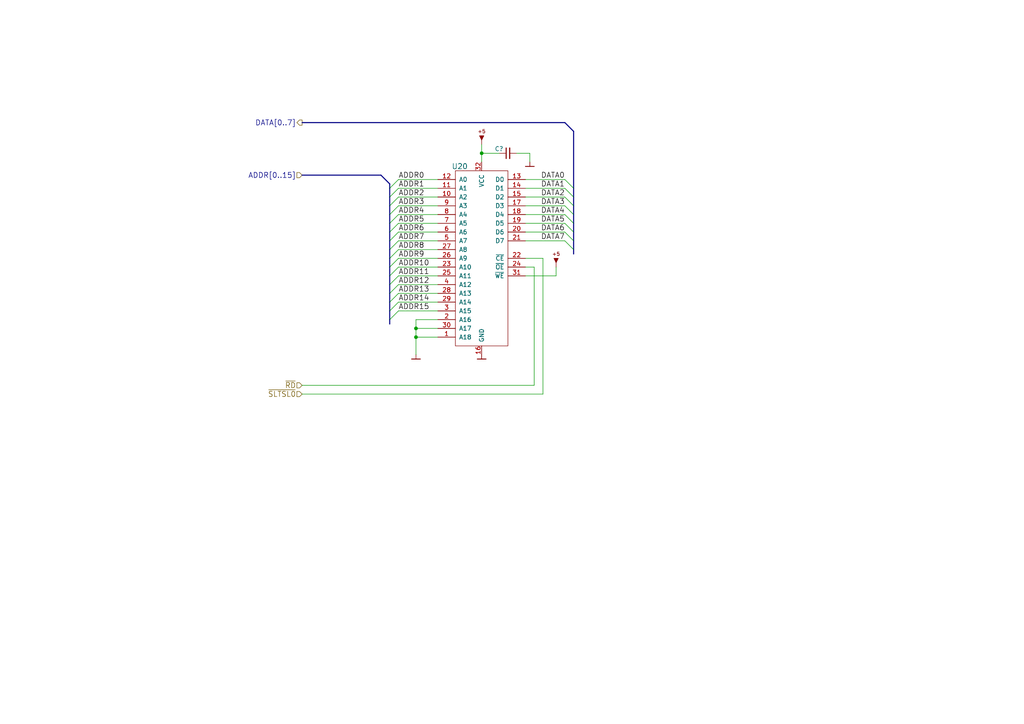
<source format=kicad_sch>
(kicad_sch (version 20211123) (generator eeschema)

  (uuid 6f5a9f10-1b2c-4916-b4e5-cb5bd0f851a0)

  (paper "A4")

  (lib_symbols
    (symbol "artemisa:Cap" (pin_numbers hide) (pin_names (offset 0.254) hide) (in_bom yes) (on_board yes)
      (property "Reference" "C" (id 0) (at 0.254 1.778 0)
        (effects (font (size 1.27 1.27)) (justify left))
      )
      (property "Value" "Cap" (id 1) (at 0.254 -2.032 0)
        (effects (font (size 1.27 1.27)) (justify left))
      )
      (property "Footprint" "" (id 2) (at 0 0 0)
        (effects (font (size 1.27 1.27)) hide)
      )
      (property "Datasheet" "" (id 3) (at 0 0 0)
        (effects (font (size 1.27 1.27)) hide)
      )
      (property "ki_fp_filters" "C_*" (id 4) (at 0 0 0)
        (effects (font (size 1.27 1.27)) hide)
      )
      (symbol "Cap_0_1"
        (polyline
          (pts
            (xy -1.524 -0.508)
            (xy 1.524 -0.508)
          )
          (stroke (width 0.3302) (type default) (color 0 0 0 0))
          (fill (type none))
        )
        (polyline
          (pts
            (xy -1.524 0.508)
            (xy 1.524 0.508)
          )
          (stroke (width 0.3048) (type default) (color 0 0 0 0))
          (fill (type none))
        )
      )
      (symbol "Cap_1_1"
        (pin passive line (at 0 2.54 270) (length 2.032)
          (name "~" (effects (font (size 1.27 1.27))))
          (number "1" (effects (font (size 1.27 1.27))))
        )
        (pin passive line (at 0 -2.54 90) (length 2.032)
          (name "~" (effects (font (size 1.27 1.27))))
          (number "2" (effects (font (size 1.27 1.27))))
        )
      )
    )
    (symbol "artemisa:GND" (power) (pin_numbers hide) (pin_names (offset 0) hide) (in_bom yes) (on_board yes)
      (property "Reference" "#PWR" (id 0) (at 0 -2.54 0)
        (effects (font (size 1.524 1.524)) hide)
      )
      (property "Value" "GND" (id 1) (at 0 2.54 0)
        (effects (font (size 1.524 1.524)) hide)
      )
      (property "Footprint" "" (id 2) (at 0 0 0)
        (effects (font (size 1.524 1.524)) hide)
      )
      (property "Datasheet" "" (id 3) (at 0 0 0)
        (effects (font (size 1.524 1.524)) hide)
      )
      (symbol "GND_0_1"
        (polyline
          (pts
            (xy -1.27 -1.27)
            (xy 1.27 -1.27)
          )
          (stroke (width 0.254) (type default) (color 0 0 0 0))
          (fill (type none))
        )
      )
      (symbol "GND_1_1"
        (pin power_in line (at 0 0 270) (length 1.27)
          (name "GND" (effects (font (size 1.27 1.27))))
          (number "~" (effects (font (size 1.27 1.27))))
        )
      )
    )
    (symbol "artemisa:SST39SF0" (pin_names (offset 1.016)) (in_bom yes) (on_board yes)
      (property "Reference" "U" (id 0) (at -7.62 21.59 0)
        (effects (font (size 1.524 1.524)))
      )
      (property "Value" "SST39SF0" (id 1) (at 7.62 -31.75 0)
        (effects (font (size 1.524 1.524)))
      )
      (property "Footprint" "" (id 2) (at 0 0 0)
        (effects (font (size 1.524 1.524)) hide)
      )
      (property "Datasheet" "" (id 3) (at 0 0 0)
        (effects (font (size 1.524 1.524)) hide)
      )
      (symbol "SST39SF0_0_1"
        (rectangle (start -7.62 20.32) (end 7.62 -30.48)
          (stroke (width 0) (type default) (color 0 0 0 0))
          (fill (type none))
        )
      )
      (symbol "SST39SF0_1_1"
        (pin input line (at -12.7 -27.94 0) (length 5.08)
          (name "A18" (effects (font (size 1.27 1.27))))
          (number "1" (effects (font (size 1.27 1.27))))
        )
        (pin input line (at -12.7 12.7 0) (length 5.08)
          (name "A2" (effects (font (size 1.27 1.27))))
          (number "10" (effects (font (size 1.27 1.27))))
        )
        (pin input line (at -12.7 15.24 0) (length 5.08)
          (name "A1" (effects (font (size 1.27 1.27))))
          (number "11" (effects (font (size 1.27 1.27))))
        )
        (pin input line (at -12.7 17.78 0) (length 5.08)
          (name "A0" (effects (font (size 1.27 1.27))))
          (number "12" (effects (font (size 1.27 1.27))))
        )
        (pin output line (at 12.7 17.78 180) (length 5.08)
          (name "D0" (effects (font (size 1.27 1.27))))
          (number "13" (effects (font (size 1.27 1.27))))
        )
        (pin output line (at 12.7 15.24 180) (length 5.08)
          (name "D1" (effects (font (size 1.27 1.27))))
          (number "14" (effects (font (size 1.27 1.27))))
        )
        (pin output line (at 12.7 12.7 180) (length 5.08)
          (name "D2" (effects (font (size 1.27 1.27))))
          (number "15" (effects (font (size 1.27 1.27))))
        )
        (pin power_in line (at 0 -33.02 90) (length 2.54)
          (name "GND" (effects (font (size 1.27 1.27))))
          (number "16" (effects (font (size 1.27 1.27))))
        )
        (pin output line (at 12.7 10.16 180) (length 5.08)
          (name "D3" (effects (font (size 1.27 1.27))))
          (number "17" (effects (font (size 1.27 1.27))))
        )
        (pin output line (at 12.7 7.62 180) (length 5.08)
          (name "D4" (effects (font (size 1.27 1.27))))
          (number "18" (effects (font (size 1.27 1.27))))
        )
        (pin output line (at 12.7 5.08 180) (length 5.08)
          (name "D5" (effects (font (size 1.27 1.27))))
          (number "19" (effects (font (size 1.27 1.27))))
        )
        (pin input line (at -12.7 -22.86 0) (length 5.08)
          (name "A16" (effects (font (size 1.27 1.27))))
          (number "2" (effects (font (size 1.27 1.27))))
        )
        (pin output line (at 12.7 2.54 180) (length 5.08)
          (name "D6" (effects (font (size 1.27 1.27))))
          (number "20" (effects (font (size 1.27 1.27))))
        )
        (pin output line (at 12.7 0 180) (length 5.08)
          (name "D7" (effects (font (size 1.27 1.27))))
          (number "21" (effects (font (size 1.27 1.27))))
        )
        (pin input line (at 12.7 -5.08 180) (length 5.08)
          (name "~{CE}" (effects (font (size 1.27 1.27))))
          (number "22" (effects (font (size 1.27 1.27))))
        )
        (pin input line (at -12.7 -7.62 0) (length 5.08)
          (name "A10" (effects (font (size 1.27 1.27))))
          (number "23" (effects (font (size 1.27 1.27))))
        )
        (pin input line (at 12.7 -7.62 180) (length 5.08)
          (name "~{OE}" (effects (font (size 1.27 1.27))))
          (number "24" (effects (font (size 1.27 1.27))))
        )
        (pin input line (at -12.7 -10.16 0) (length 5.08)
          (name "A11" (effects (font (size 1.27 1.27))))
          (number "25" (effects (font (size 1.27 1.27))))
        )
        (pin input line (at -12.7 -5.08 0) (length 5.08)
          (name "A9" (effects (font (size 1.27 1.27))))
          (number "26" (effects (font (size 1.27 1.27))))
        )
        (pin input line (at -12.7 -2.54 0) (length 5.08)
          (name "A8" (effects (font (size 1.27 1.27))))
          (number "27" (effects (font (size 1.27 1.27))))
        )
        (pin input line (at -12.7 -15.24 0) (length 5.08)
          (name "A13" (effects (font (size 1.27 1.27))))
          (number "28" (effects (font (size 1.27 1.27))))
        )
        (pin input line (at -12.7 -17.78 0) (length 5.08)
          (name "A14" (effects (font (size 1.27 1.27))))
          (number "29" (effects (font (size 1.27 1.27))))
        )
        (pin input line (at -12.7 -20.32 0) (length 5.08)
          (name "A15" (effects (font (size 1.27 1.27))))
          (number "3" (effects (font (size 1.27 1.27))))
        )
        (pin input line (at -12.7 -25.4 0) (length 5.08)
          (name "A17" (effects (font (size 1.27 1.27))))
          (number "30" (effects (font (size 1.27 1.27))))
        )
        (pin input line (at 12.7 -10.16 180) (length 5.08)
          (name "~{WE}" (effects (font (size 1.27 1.27))))
          (number "31" (effects (font (size 1.27 1.27))))
        )
        (pin power_in line (at 0 22.86 270) (length 2.54)
          (name "VCC" (effects (font (size 1.27 1.27))))
          (number "32" (effects (font (size 1.27 1.27))))
        )
        (pin input line (at -12.7 -12.7 0) (length 5.08)
          (name "A12" (effects (font (size 1.27 1.27))))
          (number "4" (effects (font (size 1.27 1.27))))
        )
        (pin input line (at -12.7 0 0) (length 5.08)
          (name "A7" (effects (font (size 1.27 1.27))))
          (number "5" (effects (font (size 1.27 1.27))))
        )
        (pin input line (at -12.7 2.54 0) (length 5.08)
          (name "A6" (effects (font (size 1.27 1.27))))
          (number "6" (effects (font (size 1.27 1.27))))
        )
        (pin input line (at -12.7 5.08 0) (length 5.08)
          (name "A5" (effects (font (size 1.27 1.27))))
          (number "7" (effects (font (size 1.27 1.27))))
        )
        (pin input line (at -12.7 7.62 0) (length 5.08)
          (name "A4" (effects (font (size 1.27 1.27))))
          (number "8" (effects (font (size 1.27 1.27))))
        )
        (pin input line (at -12.7 10.16 0) (length 5.08)
          (name "A3" (effects (font (size 1.27 1.27))))
          (number "9" (effects (font (size 1.27 1.27))))
        )
      )
    )
    (symbol "artemisa:VCC" (power) (pin_numbers hide) (pin_names (offset 0) hide) (in_bom yes) (on_board yes)
      (property "Reference" "#PWR" (id 0) (at 0 -1.27 0)
        (effects (font (size 1.524 1.524)) hide)
      )
      (property "Value" "VCC" (id 1) (at 0 6.35 0)
        (effects (font (size 1.524 1.524)) hide)
      )
      (property "Footprint" "" (id 2) (at 0 0 0)
        (effects (font (size 1.524 1.524)) hide)
      )
      (property "Datasheet" "" (id 3) (at 0 0 0)
        (effects (font (size 1.524 1.524)) hide)
      )
      (symbol "VCC_0_0"
        (text "+5" (at 0 3.81 0)
          (effects (font (size 1.016 1.016)))
        )
      )
      (symbol "VCC_0_1"
        (polyline
          (pts
            (xy 0 1.27)
            (xy 0.635 2.54)
            (xy -0.635 2.54)
            (xy 0 1.27)
          )
          (stroke (width 0) (type default) (color 0 0 0 0))
          (fill (type outline))
        )
      )
      (symbol "VCC_1_1"
        (pin power_in line (at 0 0 90) (length 1.27)
          (name "~" (effects (font (size 1.27 1.27))))
          (number "~" (effects (font (size 1.27 1.27))))
        )
      )
    )
  )

  (junction (at 120.65 95.25) (diameter 0) (color 0 0 0 0)
    (uuid 2d0d333a-99a0-4575-9433-710c8cc7ac0b)
  )
  (junction (at 120.65 97.79) (diameter 0) (color 0 0 0 0)
    (uuid d53baa32-ba88-4646-9db3-0e9b0f0da4f0)
  )
  (junction (at 139.7 44.45) (diameter 0) (color 0 0 0 0)
    (uuid fbb5e77c-4b41-4796-ad13-1b9e2bbc3c81)
  )

  (bus_entry (at 113.03 57.15) (size 2.54 -2.54)
    (stroke (width 0) (type default) (color 0 0 0 0))
    (uuid 07652224-af43-42a2-841c-1883ba305bc4)
  )
  (bus_entry (at 113.03 74.93) (size 2.54 -2.54)
    (stroke (width 0) (type default) (color 0 0 0 0))
    (uuid 0e592cd4-1950-44ef-9727-8e526f4c4e12)
  )
  (bus_entry (at 113.03 77.47) (size 2.54 -2.54)
    (stroke (width 0) (type default) (color 0 0 0 0))
    (uuid 11c7c8d4-4c4b-4330-bb59-1eec2e98b255)
  )
  (bus_entry (at 113.03 72.39) (size 2.54 -2.54)
    (stroke (width 0) (type default) (color 0 0 0 0))
    (uuid 2295a793-dfca-4b86-a3e5-abf1834e2790)
  )
  (bus_entry (at 113.03 80.01) (size 2.54 -2.54)
    (stroke (width 0) (type default) (color 0 0 0 0))
    (uuid 28b01cd2-da3a-46ec-8825-b0f31a0b8987)
  )
  (bus_entry (at 166.37 57.15) (size -2.54 -2.54)
    (stroke (width 0) (type default) (color 0 0 0 0))
    (uuid 2cd3975a-2259-4fa9-8133-e1586b9b9618)
  )
  (bus_entry (at 166.37 72.39) (size -2.54 -2.54)
    (stroke (width 0) (type default) (color 0 0 0 0))
    (uuid 4d3a1f72-d521-46ae-8fe1-3f8221038335)
  )
  (bus_entry (at 113.03 54.61) (size 2.54 -2.54)
    (stroke (width 0) (type default) (color 0 0 0 0))
    (uuid 4f2f68c4-6fa0-45ce-b5c2-e911daddcd12)
  )
  (bus_entry (at 166.37 54.61) (size -2.54 -2.54)
    (stroke (width 0) (type default) (color 0 0 0 0))
    (uuid 53719fc4-141e-4c58-98cd-ab3bf9a4e1c0)
  )
  (bus_entry (at 113.03 85.09) (size 2.54 -2.54)
    (stroke (width 0) (type default) (color 0 0 0 0))
    (uuid 5cff09b0-b3d4-41a7-a6a4-7f917b40eda9)
  )
  (bus_entry (at 113.03 82.55) (size 2.54 -2.54)
    (stroke (width 0) (type default) (color 0 0 0 0))
    (uuid 70cda344-73be-4466-a097-1fd56f3b19e2)
  )
  (bus_entry (at 113.03 67.31) (size 2.54 -2.54)
    (stroke (width 0) (type default) (color 0 0 0 0))
    (uuid 725579dd-9ec6-473d-8843-6a11e99f108c)
  )
  (bus_entry (at 113.03 90.17) (size 2.54 -2.54)
    (stroke (width 0) (type default) (color 0 0 0 0))
    (uuid 97e5f992-979e-4291-bd9a-a77c3fd4b1b5)
  )
  (bus_entry (at 113.03 62.23) (size 2.54 -2.54)
    (stroke (width 0) (type default) (color 0 0 0 0))
    (uuid adcbf4d0-ed9c-4c7d-b78f-3bcbe974bdcb)
  )
  (bus_entry (at 166.37 62.23) (size -2.54 -2.54)
    (stroke (width 0) (type default) (color 0 0 0 0))
    (uuid af6ac8e6-193c-4bd2-ac0b-7f515b538a8b)
  )
  (bus_entry (at 166.37 69.85) (size -2.54 -2.54)
    (stroke (width 0) (type default) (color 0 0 0 0))
    (uuid b66731e7-61d5-4447-bf6a-e91a62b82298)
  )
  (bus_entry (at 166.37 67.31) (size -2.54 -2.54)
    (stroke (width 0) (type default) (color 0 0 0 0))
    (uuid b8b15b51-8345-4a1d-8ecf-04fc15b9e450)
  )
  (bus_entry (at 113.03 69.85) (size 2.54 -2.54)
    (stroke (width 0) (type default) (color 0 0 0 0))
    (uuid cdfb661b-489b-4b76-99f4-62b92bb1ab18)
  )
  (bus_entry (at 166.37 59.69) (size -2.54 -2.54)
    (stroke (width 0) (type default) (color 0 0 0 0))
    (uuid dff67d5c-d976-4516-ae67-dbbdb70f8ddd)
  )
  (bus_entry (at 113.03 59.69) (size 2.54 -2.54)
    (stroke (width 0) (type default) (color 0 0 0 0))
    (uuid e4184668-3bdd-4cb2-a053-4f3d5e57b541)
  )
  (bus_entry (at 166.37 64.77) (size -2.54 -2.54)
    (stroke (width 0) (type default) (color 0 0 0 0))
    (uuid eafb53d1-7486-4935-b154-2efbffbed6ca)
  )
  (bus_entry (at 113.03 92.71) (size 2.54 -2.54)
    (stroke (width 0) (type default) (color 0 0 0 0))
    (uuid ef3dded2-639c-45d4-8076-84cfb5189592)
  )
  (bus_entry (at 113.03 64.77) (size 2.54 -2.54)
    (stroke (width 0) (type default) (color 0 0 0 0))
    (uuid f8621ac5-1e7e-4e87-8c69-5fd403df9470)
  )
  (bus_entry (at 113.03 87.63) (size 2.54 -2.54)
    (stroke (width 0) (type default) (color 0 0 0 0))
    (uuid fb1a635e-b207-4b36-b0fb-e877e480e86a)
  )

  (bus (pts (xy 166.37 67.31) (xy 166.37 69.85))
    (stroke (width 0) (type default) (color 0 0 0 0))
    (uuid 051bc363-fba1-444e-8503-a4b387f3616c)
  )
  (bus (pts (xy 166.37 57.15) (xy 166.37 59.69))
    (stroke (width 0) (type default) (color 0 0 0 0))
    (uuid 0da0b0c5-5d6c-4977-8d60-d7b14bc6367d)
  )

  (wire (pts (xy 157.48 74.93) (xy 152.4 74.93))
    (stroke (width 0) (type default) (color 0 0 0 0))
    (uuid 122b5574-57fe-4d2d-80bf-3cabd28e7128)
  )
  (bus (pts (xy 110.49 50.8) (xy 87.63 50.8))
    (stroke (width 0) (type default) (color 0 0 0 0))
    (uuid 21573090-1953-4b11-9042-108ae79fe9c5)
  )

  (wire (pts (xy 152.4 80.01) (xy 161.29 80.01))
    (stroke (width 0) (type default) (color 0 0 0 0))
    (uuid 2522909e-6f5c-4f36-9c3a-869dca14e50f)
  )
  (bus (pts (xy 113.03 72.39) (xy 113.03 74.93))
    (stroke (width 0) (type default) (color 0 0 0 0))
    (uuid 27411561-01fe-4286-8cc7-c1b63d59df39)
  )
  (bus (pts (xy 113.03 59.69) (xy 113.03 62.23))
    (stroke (width 0) (type default) (color 0 0 0 0))
    (uuid 2bf49df7-ea46-4971-ac75-61f89d8629a7)
  )

  (wire (pts (xy 127 95.25) (xy 120.65 95.25))
    (stroke (width 0) (type default) (color 0 0 0 0))
    (uuid 2c488362-c230-4f6d-82f9-a229b1171a23)
  )
  (wire (pts (xy 163.83 69.85) (xy 152.4 69.85))
    (stroke (width 0) (type default) (color 0 0 0 0))
    (uuid 2e36ce87-4661-4b8f-956a-16dc559e1b50)
  )
  (bus (pts (xy 113.03 85.09) (xy 113.03 87.63))
    (stroke (width 0) (type default) (color 0 0 0 0))
    (uuid 3436835c-3e0c-44d3-b9a8-f52345b6262c)
  )

  (wire (pts (xy 115.57 74.93) (xy 127 74.93))
    (stroke (width 0) (type default) (color 0 0 0 0))
    (uuid 34ddb753-e57c-4ca8-a67b-d7cdf62cae93)
  )
  (wire (pts (xy 144.78 44.45) (xy 139.7 44.45))
    (stroke (width 0) (type default) (color 0 0 0 0))
    (uuid 37728c8e-efcc-462c-a749-47b6bfcbaf37)
  )
  (wire (pts (xy 163.83 59.69) (xy 152.4 59.69))
    (stroke (width 0) (type default) (color 0 0 0 0))
    (uuid 3b6dda98-f455-4961-854e-3c4cceecffcc)
  )
  (wire (pts (xy 115.57 67.31) (xy 127 67.31))
    (stroke (width 0) (type default) (color 0 0 0 0))
    (uuid 46491a9d-8b3d-4c74-b09a-70c876f162e5)
  )
  (wire (pts (xy 115.57 59.69) (xy 127 59.69))
    (stroke (width 0) (type default) (color 0 0 0 0))
    (uuid 4b471778-f61d-4b9d-a507-3d4f82ec4b7c)
  )
  (wire (pts (xy 154.94 111.76) (xy 154.94 77.47))
    (stroke (width 0) (type default) (color 0 0 0 0))
    (uuid 4f4bd227-fa4c-47f4-ad05-ee16ad4c58c2)
  )
  (wire (pts (xy 115.57 82.55) (xy 127 82.55))
    (stroke (width 0) (type default) (color 0 0 0 0))
    (uuid 5a397f61-35c4-4c18-9dcd-73a2d44cc9af)
  )
  (wire (pts (xy 157.48 74.93) (xy 157.48 114.3))
    (stroke (width 0) (type default) (color 0 0 0 0))
    (uuid 5b70b09b-6762-4725-9d48-805300c0bdc8)
  )
  (wire (pts (xy 115.57 72.39) (xy 127 72.39))
    (stroke (width 0) (type default) (color 0 0 0 0))
    (uuid 5bbde4f9-fcdb-4d27-a2d6-3847fcdd87ba)
  )
  (bus (pts (xy 113.03 90.17) (xy 113.03 92.71))
    (stroke (width 0) (type default) (color 0 0 0 0))
    (uuid 5daee066-1855-4535-b7df-24f9ec7c3328)
  )

  (wire (pts (xy 120.65 92.71) (xy 120.65 95.25))
    (stroke (width 0) (type default) (color 0 0 0 0))
    (uuid 629fdb7a-7978-43d0-987e-b84465775826)
  )
  (wire (pts (xy 115.57 80.01) (xy 127 80.01))
    (stroke (width 0) (type default) (color 0 0 0 0))
    (uuid 64d1d0fe-4fd6-4a55-8314-56a651e1ccab)
  )
  (bus (pts (xy 113.03 77.47) (xy 113.03 80.01))
    (stroke (width 0) (type default) (color 0 0 0 0))
    (uuid 6c237791-d668-4ad2-b63f-2fe5ae10a9e5)
  )

  (wire (pts (xy 115.57 64.77) (xy 127 64.77))
    (stroke (width 0) (type default) (color 0 0 0 0))
    (uuid 6ea0f2f7-b064-4b8f-bd17-48195d1c83d1)
  )
  (wire (pts (xy 163.83 54.61) (xy 152.4 54.61))
    (stroke (width 0) (type default) (color 0 0 0 0))
    (uuid 70abf340-8b3e-403e-a5e2-d8f35caa2f87)
  )
  (wire (pts (xy 153.67 46.99) (xy 153.67 44.45))
    (stroke (width 0) (type default) (color 0 0 0 0))
    (uuid 74096bdc-b668-408c-af3a-b048c20bd605)
  )
  (bus (pts (xy 113.03 80.01) (xy 113.03 82.55))
    (stroke (width 0) (type default) (color 0 0 0 0))
    (uuid 7505679c-58e4-4acf-8c10-5ecea69d9437)
  )
  (bus (pts (xy 166.37 69.85) (xy 166.37 72.39))
    (stroke (width 0) (type default) (color 0 0 0 0))
    (uuid 7a1bfc36-ef05-4214-80d9-db7f491573ae)
  )

  (wire (pts (xy 120.65 97.79) (xy 120.65 102.87))
    (stroke (width 0) (type default) (color 0 0 0 0))
    (uuid 7c6e532b-1afd-48d4-9389-2942dcbc7c3c)
  )
  (bus (pts (xy 166.37 59.69) (xy 166.37 62.23))
    (stroke (width 0) (type default) (color 0 0 0 0))
    (uuid 7cd7460a-de4d-4e2d-ab86-f2bbbcecffa6)
  )

  (wire (pts (xy 115.57 62.23) (xy 127 62.23))
    (stroke (width 0) (type default) (color 0 0 0 0))
    (uuid 80f8c1b4-10dd-40fe-b7f7-67988bc3ad81)
  )
  (wire (pts (xy 139.7 44.45) (xy 139.7 46.99))
    (stroke (width 0) (type default) (color 0 0 0 0))
    (uuid 8220ba36-5fda-4461-95e2-49a5bc0c76af)
  )
  (wire (pts (xy 163.83 64.77) (xy 152.4 64.77))
    (stroke (width 0) (type default) (color 0 0 0 0))
    (uuid 832b5a8c-7fe2-47ff-beee-cebf840750bb)
  )
  (bus (pts (xy 166.37 64.77) (xy 166.37 67.31))
    (stroke (width 0) (type default) (color 0 0 0 0))
    (uuid 8656927c-d21a-4c21-bbce-59fe9fc6c17c)
  )

  (wire (pts (xy 127 92.71) (xy 120.65 92.71))
    (stroke (width 0) (type default) (color 0 0 0 0))
    (uuid 89df70f4-3579-42b9-861e-6beb04a3b25e)
  )
  (wire (pts (xy 139.7 41.91) (xy 139.7 44.45))
    (stroke (width 0) (type default) (color 0 0 0 0))
    (uuid 8ef1307e-4e79-474d-a93c-be38f714571c)
  )
  (bus (pts (xy 166.37 54.61) (xy 166.37 57.15))
    (stroke (width 0) (type default) (color 0 0 0 0))
    (uuid 90fdb165-1708-491a-9fd1-cc0451817176)
  )

  (wire (pts (xy 115.57 87.63) (xy 127 87.63))
    (stroke (width 0) (type default) (color 0 0 0 0))
    (uuid 91c82043-0b26-427f-b23c-6094224ddfc2)
  )
  (bus (pts (xy 163.83 35.56) (xy 87.63 35.56))
    (stroke (width 0) (type default) (color 0 0 0 0))
    (uuid 92bd1111-b941-4c03-b7ec-a08a9359bc50)
  )
  (bus (pts (xy 166.37 62.23) (xy 166.37 64.77))
    (stroke (width 0) (type default) (color 0 0 0 0))
    (uuid 931bb4cf-a6ba-41ca-ba4c-951036e4380b)
  )
  (bus (pts (xy 113.03 57.15) (xy 113.03 59.69))
    (stroke (width 0) (type default) (color 0 0 0 0))
    (uuid 96adc462-1b4d-4667-ae88-0eba76ead221)
  )
  (bus (pts (xy 113.03 62.23) (xy 113.03 64.77))
    (stroke (width 0) (type default) (color 0 0 0 0))
    (uuid 98ff61a0-d52b-40c3-bed0-01da892c0ad0)
  )
  (bus (pts (xy 113.03 69.85) (xy 113.03 72.39))
    (stroke (width 0) (type default) (color 0 0 0 0))
    (uuid 9b0bdd01-8671-43b0-a690-85b1b211ff4e)
  )
  (bus (pts (xy 163.83 35.56) (xy 166.37 38.1))
    (stroke (width 0) (type default) (color 0 0 0 0))
    (uuid a27ad806-2f49-493b-a712-5cefb34fea4e)
  )

  (wire (pts (xy 115.57 77.47) (xy 127 77.47))
    (stroke (width 0) (type default) (color 0 0 0 0))
    (uuid a49e8613-3cd2-48ed-8977-6bb5023f7722)
  )
  (wire (pts (xy 127 97.79) (xy 120.65 97.79))
    (stroke (width 0) (type default) (color 0 0 0 0))
    (uuid a5e6f7cb-0a81-4357-a11f-231d23300342)
  )
  (wire (pts (xy 161.29 80.01) (xy 161.29 77.47))
    (stroke (width 0) (type default) (color 0 0 0 0))
    (uuid a647641f-bf16-4177-91ee-b01f347ff91c)
  )
  (wire (pts (xy 115.57 90.17) (xy 127 90.17))
    (stroke (width 0) (type default) (color 0 0 0 0))
    (uuid b4675fcd-90dd-499b-8feb-46b51a88378c)
  )
  (wire (pts (xy 163.83 62.23) (xy 152.4 62.23))
    (stroke (width 0) (type default) (color 0 0 0 0))
    (uuid b55dabdc-b790-4740-9349-75159cff975a)
  )
  (bus (pts (xy 166.37 72.39) (xy 166.37 73.66))
    (stroke (width 0) (type default) (color 0 0 0 0))
    (uuid b7cc3d0e-1fc8-4cd7-a3c2-1509da6ebf42)
  )
  (bus (pts (xy 110.49 50.8) (xy 113.03 53.34))
    (stroke (width 0) (type default) (color 0 0 0 0))
    (uuid b81cd904-69d1-4c8b-81f2-302fdf1cfeb0)
  )

  (wire (pts (xy 115.57 54.61) (xy 127 54.61))
    (stroke (width 0) (type default) (color 0 0 0 0))
    (uuid b8e1a8b8-63f0-4e53-a6cb-c8edf9a649c4)
  )
  (bus (pts (xy 113.03 87.63) (xy 113.03 90.17))
    (stroke (width 0) (type default) (color 0 0 0 0))
    (uuid b93ddd20-6b06-4f50-a42d-38095b2ae703)
  )
  (bus (pts (xy 113.03 82.55) (xy 113.03 85.09))
    (stroke (width 0) (type default) (color 0 0 0 0))
    (uuid be0ab508-aa20-451b-a044-589ecdabc56c)
  )

  (wire (pts (xy 163.83 52.07) (xy 152.4 52.07))
    (stroke (width 0) (type default) (color 0 0 0 0))
    (uuid c5565d96-c729-4597-a74f-7f75befcc39d)
  )
  (wire (pts (xy 163.83 67.31) (xy 152.4 67.31))
    (stroke (width 0) (type default) (color 0 0 0 0))
    (uuid c56bbebe-0c9a-418d-911e-b8ba7c53125d)
  )
  (bus (pts (xy 166.37 38.1) (xy 166.37 54.61))
    (stroke (width 0) (type default) (color 0 0 0 0))
    (uuid c8072c34-0f81-4552-9fbe-4bfe60c53e21)
  )

  (wire (pts (xy 115.57 85.09) (xy 127 85.09))
    (stroke (width 0) (type default) (color 0 0 0 0))
    (uuid c9badf80-21f8-404a-b5df-18e98bffebf9)
  )
  (bus (pts (xy 113.03 54.61) (xy 113.03 57.15))
    (stroke (width 0) (type default) (color 0 0 0 0))
    (uuid cbd6cf0e-99e6-44bc-97bd-0952965c9140)
  )
  (bus (pts (xy 113.03 92.71) (xy 113.03 93.98))
    (stroke (width 0) (type default) (color 0 0 0 0))
    (uuid d60ddee3-3685-41f4-9f86-979901131b67)
  )

  (wire (pts (xy 157.48 114.3) (xy 87.63 114.3))
    (stroke (width 0) (type default) (color 0 0 0 0))
    (uuid da337fe1-c322-4637-ad26-2622b82ac8ee)
  )
  (wire (pts (xy 153.67 44.45) (xy 149.86 44.45))
    (stroke (width 0) (type default) (color 0 0 0 0))
    (uuid dc628a9d-67e8-4a03-b99f-8cc7a42af6ef)
  )
  (wire (pts (xy 115.57 52.07) (xy 127 52.07))
    (stroke (width 0) (type default) (color 0 0 0 0))
    (uuid dd6c35f3-ae45-4706-ad6f-8028797ca8e0)
  )
  (wire (pts (xy 120.65 95.25) (xy 120.65 97.79))
    (stroke (width 0) (type default) (color 0 0 0 0))
    (uuid df9a1242-2d73-4343-b170-237bc9a8080f)
  )
  (wire (pts (xy 154.94 77.47) (xy 152.4 77.47))
    (stroke (width 0) (type default) (color 0 0 0 0))
    (uuid e42fd0d4-9927-4308-81d9-4cca814c8ea9)
  )
  (wire (pts (xy 115.57 69.85) (xy 127 69.85))
    (stroke (width 0) (type default) (color 0 0 0 0))
    (uuid e77c17df-b20e-4e7d-b937-f281c75a0014)
  )
  (bus (pts (xy 113.03 64.77) (xy 113.03 67.31))
    (stroke (width 0) (type default) (color 0 0 0 0))
    (uuid ea2eed49-fb11-4f73-83f2-9d60b06a6d38)
  )

  (wire (pts (xy 115.57 57.15) (xy 127 57.15))
    (stroke (width 0) (type default) (color 0 0 0 0))
    (uuid ea745685-58a4-4364-a674-15381eadb187)
  )
  (wire (pts (xy 87.63 111.76) (xy 154.94 111.76))
    (stroke (width 0) (type default) (color 0 0 0 0))
    (uuid ed952427-2217-4500-9bbc-0c2746b198ad)
  )
  (bus (pts (xy 113.03 74.93) (xy 113.03 77.47))
    (stroke (width 0) (type default) (color 0 0 0 0))
    (uuid efa4b020-3993-41c9-8e0f-db13f1b098c8)
  )
  (bus (pts (xy 113.03 67.31) (xy 113.03 69.85))
    (stroke (width 0) (type default) (color 0 0 0 0))
    (uuid f543f73a-af58-44c6-b30a-defb5d769ed9)
  )

  (wire (pts (xy 163.83 57.15) (xy 152.4 57.15))
    (stroke (width 0) (type default) (color 0 0 0 0))
    (uuid f6dcb5b4-0971-448a-b9ab-6db37a750704)
  )
  (bus (pts (xy 113.03 53.34) (xy 113.03 54.61))
    (stroke (width 0) (type default) (color 0 0 0 0))
    (uuid fec6f717-d723-4676-89ef-8ea691e209c2)
  )

  (label "DATA4" (at 163.83 62.23 180)
    (effects (font (size 1.524 1.524)) (justify right bottom))
    (uuid 004b7456-c25a-480f-88f6-723c1bcd9939)
  )
  (label "ADDR9" (at 115.57 74.93 0)
    (effects (font (size 1.524 1.524)) (justify left bottom))
    (uuid 09c6ca89-863f-42d4-867e-9a769c316610)
  )
  (label "ADDR12" (at 115.57 82.55 0)
    (effects (font (size 1.524 1.524)) (justify left bottom))
    (uuid 0a8dfc5c-35dc-4e44-a2bf-5968ebf90cca)
  )
  (label "DATA7" (at 163.83 69.85 180)
    (effects (font (size 1.524 1.524)) (justify right bottom))
    (uuid 2d617fad-47fe-4db9-836a-4bceb9c31c3b)
  )
  (label "ADDR8" (at 115.57 72.39 0)
    (effects (font (size 1.524 1.524)) (justify left bottom))
    (uuid 300aa512-2f66-4c26-a530-50c091b3a099)
  )
  (label "ADDR0" (at 115.57 52.07 0)
    (effects (font (size 1.524 1.524)) (justify left bottom))
    (uuid 39845449-7a31-4262-86b1-e7af14a6659f)
  )
  (label "DATA3" (at 163.83 59.69 180)
    (effects (font (size 1.524 1.524)) (justify right bottom))
    (uuid 42f10020-b50a-4739-a546-6b63e441c980)
  )
  (label "DATA6" (at 163.83 67.31 180)
    (effects (font (size 1.524 1.524)) (justify right bottom))
    (uuid 6316acb7-63a1-40e7-8695-2822d4a240b5)
  )
  (label "ADDR1" (at 115.57 54.61 0)
    (effects (font (size 1.524 1.524)) (justify left bottom))
    (uuid 63286bbb-78a3-4368-a50a-f6bf5f1653b0)
  )
  (label "DATA2" (at 163.83 57.15 180)
    (effects (font (size 1.524 1.524)) (justify right bottom))
    (uuid 68039801-1b0f-480a-861d-d55f24af0c17)
  )
  (label "DATA5" (at 163.83 64.77 180)
    (effects (font (size 1.524 1.524)) (justify right bottom))
    (uuid 6e9883d7-9642-4425-a248-b92a09f0624c)
  )
  (label "DATA1" (at 163.83 54.61 180)
    (effects (font (size 1.524 1.524)) (justify right bottom))
    (uuid 7de6564c-7ad6-4d57-a54c-8d2835ff5cdc)
  )
  (label "ADDR14" (at 115.57 87.63 0)
    (effects (font (size 1.524 1.524)) (justify left bottom))
    (uuid 8615dae0-65cf-4932-8e6f-9a0f32429a5e)
  )
  (label "ADDR3" (at 115.57 59.69 0)
    (effects (font (size 1.524 1.524)) (justify left bottom))
    (uuid 883105b0-f6a6-466b-ba58-a2fcc1f18e4b)
  )
  (label "ADDR7" (at 115.57 69.85 0)
    (effects (font (size 1.524 1.524)) (justify left bottom))
    (uuid a150f0c9-1a23-4200-b489-18791f6d5ce5)
  )
  (label "ADDR10" (at 115.57 77.47 0)
    (effects (font (size 1.524 1.524)) (justify left bottom))
    (uuid a323243c-4cab-4689-aa04-1e663cf86177)
  )
  (label "ADDR5" (at 115.57 64.77 0)
    (effects (font (size 1.524 1.524)) (justify left bottom))
    (uuid acb0068c-c0e7-44cf-a209-296716acb6a2)
  )
  (label "ADDR4" (at 115.57 62.23 0)
    (effects (font (size 1.524 1.524)) (justify left bottom))
    (uuid be5bbcc0-5b09-43de-a42f-297f80f602a5)
  )
  (label "ADDR11" (at 115.57 80.01 0)
    (effects (font (size 1.524 1.524)) (justify left bottom))
    (uuid bf4036b4-c410-489a-b46c-abee2c31db09)
  )
  (label "ADDR13" (at 115.57 85.09 0)
    (effects (font (size 1.524 1.524)) (justify left bottom))
    (uuid c2a9d834-7cb1-4ec5-b0ba-ae56215ff9fc)
  )
  (label "ADDR2" (at 115.57 57.15 0)
    (effects (font (size 1.524 1.524)) (justify left bottom))
    (uuid c6bba6d7-3631-448e-9df8-b5a9e3238ade)
  )
  (label "ADDR6" (at 115.57 67.31 0)
    (effects (font (size 1.524 1.524)) (justify left bottom))
    (uuid e80b0e91-f15f-4e36-9a9c-b2cfd5a01d2a)
  )
  (label "DATA0" (at 163.83 52.07 180)
    (effects (font (size 1.524 1.524)) (justify right bottom))
    (uuid fe4869dc-e96e-4bb4-a38d-2ca990635f2d)
  )
  (label "ADDR15" (at 115.57 90.17 0)
    (effects (font (size 1.524 1.524)) (justify left bottom))
    (uuid ff2f00dc-dff2-4a19-af27-f5c793a8d261)
  )

  (hierarchical_label "DATA[0..7]" (shape output) (at 87.63 35.56 180)
    (effects (font (size 1.524 1.524)) (justify right))
    (uuid 6ce41a48-c5e2-4d5f-8548-1c7b5c309a8a)
  )
  (hierarchical_label "~{SLTSL0}" (shape input) (at 87.63 114.3 180)
    (effects (font (size 1.524 1.524)) (justify right))
    (uuid 843b53af-dd34-4db8-aa6b-5035b25affc7)
  )
  (hierarchical_label "~{RD}" (shape input) (at 87.63 111.76 180)
    (effects (font (size 1.524 1.524)) (justify right))
    (uuid 8765371a-21c2-4fe3-a3af-88f5eb1f02a0)
  )
  (hierarchical_label "ADDR[0..15]" (shape input) (at 87.63 50.8 180)
    (effects (font (size 1.524 1.524)) (justify right))
    (uuid a6706c54-6a82-42d1-a6c9-48341690e19d)
  )

  (symbol (lib_id "artemisa:SST39SF0") (at 139.7 69.85 0) (unit 1)
    (in_bom yes) (on_board yes)
    (uuid 00000000-0000-0000-0000-00005ae56ae3)
    (property "Reference" "U20" (id 0) (at 133.35 48.26 0)
      (effects (font (size 1.524 1.524)))
    )
    (property "Value" "" (id 1) (at 147.32 101.6 0)
      (effects (font (size 1.524 1.524)))
    )
    (property "Footprint" "" (id 2) (at 139.7 69.85 0)
      (effects (font (size 1.524 1.524)) hide)
    )
    (property "Datasheet" "" (id 3) (at 139.7 69.85 0)
      (effects (font (size 1.524 1.524)) hide)
    )
    (pin "1" (uuid 2231b7ac-f92b-4941-9374-f0bfb259582f))
    (pin "10" (uuid 2228514e-5299-4258-98b9-e9cdf9417856))
    (pin "11" (uuid d09fca4c-55e2-452c-818b-2a461bf643cc))
    (pin "12" (uuid e5803e45-bd73-45c0-b324-74c3d0cd5ee0))
    (pin "13" (uuid 2c258e51-8ac2-4b9d-aba4-645b6790e3ee))
    (pin "14" (uuid 4f61ecac-c991-4ada-87f6-95087892525e))
    (pin "15" (uuid bde06726-cef4-4003-a1b5-ea6b7a6034a0))
    (pin "16" (uuid 023b8036-b37e-4e6b-b316-94c2bd8af4ab))
    (pin "17" (uuid 12b6afa4-4d3a-430e-8416-f3d60b11b644))
    (pin "18" (uuid 6c1a3235-4d99-4e6f-a98c-377099e15df8))
    (pin "19" (uuid 24336cbb-ed5d-44b0-bf02-d11ae0331fac))
    (pin "2" (uuid 34fece71-a06e-47e2-b5dc-947ddf87b09e))
    (pin "20" (uuid e3ecc5b1-08bf-4166-b46e-49ee316a0004))
    (pin "21" (uuid 09f6b727-b73b-4591-a484-7c0de0a910bf))
    (pin "22" (uuid 4338d29b-6c04-409d-875e-313e19a0fd23))
    (pin "23" (uuid 9fe4ec8e-d675-4b57-9038-b2ad5a9800f8))
    (pin "24" (uuid 5cdb6c77-dfe0-4421-823c-8da8613d150a))
    (pin "25" (uuid 64fbefce-a964-4fb3-859a-3fdb8eab745c))
    (pin "26" (uuid 4318fcb5-9334-4981-bad4-6943832d199d))
    (pin "27" (uuid 32afcd4b-97fd-4b03-bb8d-932fb13e0a23))
    (pin "28" (uuid 6fc07099-549a-4dc5-8c80-3ec767b4b363))
    (pin "29" (uuid b0228418-dad2-4b8d-a837-f46810bb487f))
    (pin "3" (uuid a05199a1-3017-4a2a-b893-ebc3b2f9310b))
    (pin "30" (uuid f2ccfe83-d3b4-4bcf-8563-fa0bd5654db1))
    (pin "31" (uuid 0dc2cd70-6de8-45e8-a340-01c8679e5b63))
    (pin "32" (uuid 0abebbfd-5438-41bc-8a59-6ad99b886f3c))
    (pin "4" (uuid 2e435b0f-671e-4da0-9b1a-48c487e95e18))
    (pin "5" (uuid ec7993b9-2e80-41d7-a9e6-32c1a4acb73d))
    (pin "6" (uuid 09039133-a4cd-4c87-ad15-e7527470ab7c))
    (pin "7" (uuid be28da98-0ed6-46a8-981d-24fa2887e168))
    (pin "8" (uuid d5ce9073-f652-421d-afde-0d7f90c33390))
    (pin "9" (uuid f074bef8-5e6d-4f4f-8d44-54c397c827ce))
  )

  (symbol (lib_id "artemisa:VCC") (at 161.29 77.47 0) (unit 1)
    (in_bom yes) (on_board yes)
    (uuid 00000000-0000-0000-0000-00005cd93215)
    (property "Reference" "#PWR062" (id 0) (at 161.29 78.74 0)
      (effects (font (size 1.524 1.524)) hide)
    )
    (property "Value" "" (id 1) (at 161.29 71.12 0)
      (effects (font (size 1.524 1.524)) hide)
    )
    (property "Footprint" "" (id 2) (at 161.29 77.47 0)
      (effects (font (size 1.524 1.524)) hide)
    )
    (property "Datasheet" "" (id 3) (at 161.29 77.47 0)
      (effects (font (size 1.524 1.524)) hide)
    )
    (pin "~" (uuid 927b13de-a1b2-4c42-9cb3-5b1a43c05216))
  )

  (symbol (lib_id "artemisa:VCC") (at 139.7 41.91 0) (unit 1)
    (in_bom yes) (on_board yes)
    (uuid 00000000-0000-0000-0000-00005db1708d)
    (property "Reference" "#PWR060" (id 0) (at 139.7 43.18 0)
      (effects (font (size 1.524 1.524)) hide)
    )
    (property "Value" "" (id 1) (at 139.7 35.56 0)
      (effects (font (size 1.524 1.524)) hide)
    )
    (property "Footprint" "" (id 2) (at 139.7 41.91 0)
      (effects (font (size 1.524 1.524)) hide)
    )
    (property "Datasheet" "" (id 3) (at 139.7 41.91 0)
      (effects (font (size 1.524 1.524)) hide)
    )
    (pin "~" (uuid 50065ec5-a536-420d-8f46-a78724f6ee74))
  )

  (symbol (lib_id "artemisa:GND") (at 139.7 102.87 0) (unit 1)
    (in_bom yes) (on_board yes)
    (uuid 00000000-0000-0000-0000-00005db1840d)
    (property "Reference" "#PWR063" (id 0) (at 139.7 105.41 0)
      (effects (font (size 1.524 1.524)) hide)
    )
    (property "Value" "" (id 1) (at 139.7 100.33 0)
      (effects (font (size 1.524 1.524)) hide)
    )
    (property "Footprint" "" (id 2) (at 139.7 102.87 0)
      (effects (font (size 1.524 1.524)) hide)
    )
    (property "Datasheet" "" (id 3) (at 139.7 102.87 0)
      (effects (font (size 1.524 1.524)) hide)
    )
    (pin "~" (uuid 375fb0e4-801c-4d69-a5d2-50c5b1699807))
  )

  (symbol (lib_id "artemisa:Cap") (at 147.32 44.45 90) (unit 1)
    (in_bom yes) (on_board yes)
    (uuid 00000000-0000-0000-0000-00005db2ab70)
    (property "Reference" "C?" (id 0) (at 146.05 43.18 90)
      (effects (font (size 1.27 1.27)) (justify left))
    )
    (property "Value" "" (id 1) (at 154.94 43.18 90)
      (effects (font (size 1.27 1.27)) (justify left))
    )
    (property "Footprint" "" (id 2) (at 147.32 44.45 0)
      (effects (font (size 1.27 1.27)) hide)
    )
    (property "Datasheet" "" (id 3) (at 147.32 44.45 0)
      (effects (font (size 1.27 1.27)) hide)
    )
    (pin "1" (uuid 64e4ea00-3ecf-4df6-ac5f-77cf4ced88fb))
    (pin "2" (uuid 241ce13e-c8b1-478b-8ebc-cce2a81df2bb))
  )

  (symbol (lib_id "artemisa:GND") (at 153.67 46.99 0) (unit 1)
    (in_bom yes) (on_board yes)
    (uuid 00000000-0000-0000-0000-00005db2beaf)
    (property "Reference" "#PWR061" (id 0) (at 153.67 49.53 0)
      (effects (font (size 1.524 1.524)) hide)
    )
    (property "Value" "" (id 1) (at 153.67 44.45 0)
      (effects (font (size 1.524 1.524)) hide)
    )
    (property "Footprint" "" (id 2) (at 153.67 46.99 0)
      (effects (font (size 1.524 1.524)) hide)
    )
    (property "Datasheet" "" (id 3) (at 153.67 46.99 0)
      (effects (font (size 1.524 1.524)) hide)
    )
    (pin "~" (uuid 2c93e68b-23e0-4a8f-845c-7911d3abc09e))
  )

  (symbol (lib_id "artemisa:GND") (at 120.65 102.87 0) (unit 1)
    (in_bom yes) (on_board yes)
    (uuid 00000000-0000-0000-0000-00005f1250af)
    (property "Reference" "#PWR0115" (id 0) (at 120.65 105.41 0)
      (effects (font (size 1.524 1.524)) hide)
    )
    (property "Value" "" (id 1) (at 120.65 100.33 0)
      (effects (font (size 1.524 1.524)) hide)
    )
    (property "Footprint" "" (id 2) (at 120.65 102.87 0)
      (effects (font (size 1.524 1.524)) hide)
    )
    (property "Datasheet" "" (id 3) (at 120.65 102.87 0)
      (effects (font (size 1.524 1.524)) hide)
    )
    (pin "~" (uuid ef7a955f-0060-4460-a47a-f1ce2e3d6cae))
  )
)

</source>
